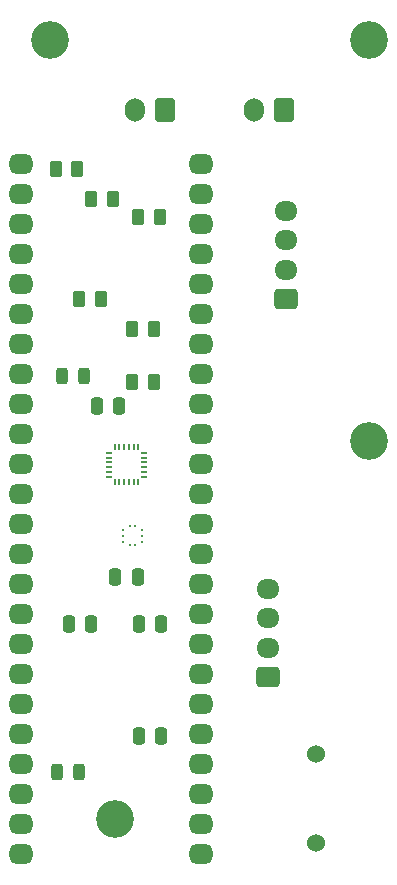
<source format=gbr>
%TF.GenerationSoftware,KiCad,Pcbnew,9.0.5*%
%TF.CreationDate,2025-11-17T23:00:25-05:00*%
%TF.ProjectId,RyanLing_Flight_Computer,5279616e-4c69-46e6-975f-466c69676874,rev?*%
%TF.SameCoordinates,Original*%
%TF.FileFunction,Soldermask,Top*%
%TF.FilePolarity,Negative*%
%FSLAX46Y46*%
G04 Gerber Fmt 4.6, Leading zero omitted, Abs format (unit mm)*
G04 Created by KiCad (PCBNEW 9.0.5) date 2025-11-17 23:00:25*
%MOMM*%
%LPD*%
G01*
G04 APERTURE LIST*
G04 Aperture macros list*
%AMRoundRect*
0 Rectangle with rounded corners*
0 $1 Rounding radius*
0 $2 $3 $4 $5 $6 $7 $8 $9 X,Y pos of 4 corners*
0 Add a 4 corners polygon primitive as box body*
4,1,4,$2,$3,$4,$5,$6,$7,$8,$9,$2,$3,0*
0 Add four circle primitives for the rounded corners*
1,1,$1+$1,$2,$3*
1,1,$1+$1,$4,$5*
1,1,$1+$1,$6,$7*
1,1,$1+$1,$8,$9*
0 Add four rect primitives between the rounded corners*
20,1,$1+$1,$2,$3,$4,$5,0*
20,1,$1+$1,$4,$5,$6,$7,0*
20,1,$1+$1,$6,$7,$8,$9,0*
20,1,$1+$1,$8,$9,$2,$3,0*%
G04 Aperture macros list end*
%ADD10RoundRect,0.250000X0.262500X0.450000X-0.262500X0.450000X-0.262500X-0.450000X0.262500X-0.450000X0*%
%ADD11RoundRect,0.250000X-0.262500X-0.450000X0.262500X-0.450000X0.262500X0.450000X-0.262500X0.450000X0*%
%ADD12RoundRect,0.243750X-0.243750X-0.456250X0.243750X-0.456250X0.243750X0.456250X-0.243750X0.456250X0*%
%ADD13C,1.524000*%
%ADD14RoundRect,0.250000X0.600000X0.750000X-0.600000X0.750000X-0.600000X-0.750000X0.600000X-0.750000X0*%
%ADD15O,1.700000X2.000000*%
%ADD16C,3.200000*%
%ADD17R,0.254000X0.279400*%
%ADD18R,0.279400X0.254000*%
%ADD19RoundRect,0.050000X0.225000X0.050000X-0.225000X0.050000X-0.225000X-0.050000X0.225000X-0.050000X0*%
%ADD20RoundRect,0.050000X-0.050000X0.225000X-0.050000X-0.225000X0.050000X-0.225000X0.050000X0.225000X0*%
%ADD21RoundRect,0.656250X-0.343750X-0.218750X0.343750X-0.218750X0.343750X0.218750X-0.343750X0.218750X0*%
%ADD22RoundRect,0.250000X-0.250000X-0.475000X0.250000X-0.475000X0.250000X0.475000X-0.250000X0.475000X0*%
%ADD23RoundRect,0.250000X0.725000X-0.600000X0.725000X0.600000X-0.725000X0.600000X-0.725000X-0.600000X0*%
%ADD24O,1.950000X1.700000*%
%ADD25RoundRect,0.250000X0.250000X0.475000X-0.250000X0.475000X-0.250000X-0.475000X0.250000X-0.475000X0*%
G04 APERTURE END LIST*
D10*
%TO.C,R4*%
X138325000Y-46000000D03*
X136500000Y-46000000D03*
%TD*%
D11*
%TO.C,R2*%
X136000000Y-60000000D03*
X137825000Y-60000000D03*
%TD*%
D12*
%TO.C,D1*%
X129612500Y-93000000D03*
X131487500Y-93000000D03*
%TD*%
D13*
%TO.C,BZ1*%
X151500000Y-99000000D03*
X151500000Y-91500000D03*
%TD*%
D14*
%TO.C,J2*%
X148805000Y-37000000D03*
D15*
X146305000Y-37000000D03*
%TD*%
D16*
%TO.C,H4*%
X134500000Y-97000000D03*
%TD*%
D11*
%TO.C,R5*%
X132500000Y-44500000D03*
X134325000Y-44500000D03*
%TD*%
%TO.C,R3*%
X136000000Y-55500000D03*
X137825000Y-55500000D03*
%TD*%
D17*
%TO.C,U2*%
X136250000Y-72212600D03*
X135750000Y-72212600D03*
D18*
X135212600Y-72500001D03*
X135212600Y-73000000D03*
X135212600Y-73499999D03*
D17*
X135750000Y-73787400D03*
X136250000Y-73787400D03*
D18*
X136787400Y-73499999D03*
X136787400Y-73000000D03*
X136787400Y-72500001D03*
%TD*%
D19*
%TO.C,U1*%
X137000000Y-68000000D03*
X137000000Y-67600000D03*
X137000000Y-67200000D03*
X137000000Y-66800000D03*
X137000000Y-66400000D03*
X137000000Y-66000000D03*
D20*
X136500000Y-65500000D03*
X136100000Y-65500000D03*
X135700000Y-65500000D03*
X135300000Y-65500000D03*
X134900000Y-65500000D03*
X134500000Y-65500000D03*
D19*
X134000000Y-66000000D03*
X134000000Y-66400000D03*
X134000000Y-66800000D03*
X134000000Y-67200000D03*
X134000000Y-67600000D03*
X134000000Y-68000000D03*
D20*
X134500000Y-68500000D03*
X134900000Y-68500000D03*
X135300000Y-68500000D03*
X135700000Y-68500000D03*
X136100000Y-68500000D03*
X136500000Y-68500000D03*
%TD*%
D21*
%TO.C,Teensy4.1*%
X126585000Y-44040000D03*
X126585000Y-46580000D03*
X126585000Y-49120000D03*
X126585000Y-51660000D03*
X126585000Y-77060000D03*
X141825000Y-46580000D03*
X126585000Y-54200000D03*
X126585000Y-56740000D03*
X141825000Y-41500000D03*
X126585000Y-59280000D03*
X126585000Y-61820000D03*
X126585000Y-64360000D03*
X126585000Y-66900000D03*
X126585000Y-69440000D03*
X126585000Y-71980000D03*
X126585000Y-74520000D03*
X141825000Y-74520000D03*
X141825000Y-71980000D03*
X141825000Y-69440000D03*
X141825000Y-66900000D03*
X141825000Y-64360000D03*
X141825000Y-61820000D03*
X141825000Y-59280000D03*
X141825000Y-56740000D03*
X141825000Y-54200000D03*
X141825000Y-51660000D03*
X141825000Y-49120000D03*
X126585000Y-79600000D03*
X126585000Y-82140000D03*
X126585000Y-84680000D03*
X126585000Y-87220000D03*
X126585000Y-89760000D03*
X126585000Y-92300000D03*
X126585000Y-94840000D03*
X126585000Y-97380000D03*
X126585000Y-99920000D03*
X141825000Y-99920000D03*
X141825000Y-97380000D03*
X141825000Y-94840000D03*
X141825000Y-92300000D03*
X141825000Y-89760000D03*
X141825000Y-87220000D03*
X141825000Y-84680000D03*
X141825000Y-82140000D03*
X141825000Y-79600000D03*
X126585000Y-41500000D03*
X141825000Y-44040000D03*
X141825000Y-77060000D03*
%TD*%
D16*
%TO.C,H1*%
X156000000Y-31000000D03*
%TD*%
D11*
%TO.C,R6*%
X129500000Y-42000000D03*
X131325000Y-42000000D03*
%TD*%
D22*
%TO.C,C4*%
X130600000Y-80500000D03*
X132500000Y-80500000D03*
%TD*%
D12*
%TO.C,D2*%
X130000000Y-59500000D03*
X131875000Y-59500000D03*
%TD*%
D14*
%TO.C,J1*%
X138750000Y-36945000D03*
D15*
X136250000Y-36945000D03*
%TD*%
D16*
%TO.C,H2*%
X129000000Y-31000000D03*
%TD*%
D22*
%TO.C,C2*%
X133000000Y-62000000D03*
X134900000Y-62000000D03*
%TD*%
D11*
%TO.C,R7*%
X131500000Y-53000000D03*
X133325000Y-53000000D03*
%TD*%
D16*
%TO.C,H1*%
X156000000Y-65000000D03*
%TD*%
D22*
%TO.C,C8*%
X136550000Y-80500000D03*
X138450000Y-80500000D03*
%TD*%
D23*
%TO.C,GPS1*%
X147500000Y-85000000D03*
D24*
X147500000Y-82500000D03*
X147500000Y-80000000D03*
X147500000Y-77500000D03*
%TD*%
D22*
%TO.C,C6*%
X136550000Y-90000000D03*
X138450000Y-90000000D03*
%TD*%
D25*
%TO.C,C7*%
X136450000Y-76500000D03*
X134550000Y-76500000D03*
%TD*%
D23*
%TO.C,Radio1*%
X149000000Y-53000000D03*
D24*
X149000000Y-50500000D03*
X149000000Y-48000000D03*
X149000000Y-45500000D03*
%TD*%
M02*

</source>
